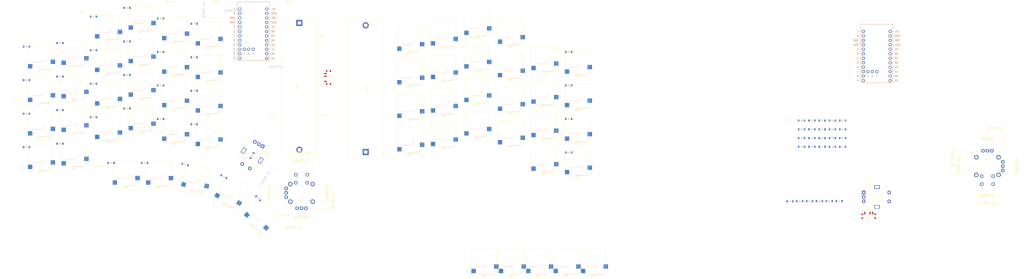
<source format=kicad_pcb>
(kicad_pcb (version 20240108) (generator "pcbnew") (generator_version "8.0")
  (layers (0 "F.Cu" signal) (31 "B.Cu" signal) (34 "B.Paste" user) (35 "F.Paste" user) (36 "B.SilkS" user "B.Silkscreen") (37 "F.SilkS" user "F.Silkscreen") (38 "B.Mask" user) (39 "F.Mask" user) (44 "Edge.Cuts" user))
  (net 0 "")
  (net 1 "Col 1")
  (net 2 "Net-(D1-A)")
  (net 3 "Net-(D2-A)")
  (net 4 "Col 2")
  (net 5 "Net-(D3-A)")
  (net 6 "Col 3")
  (net 7 "Col 4")
  (net 8 "Net-(D4-A)")
  (net 9 "Col 5")
  (net 10 "Net-(D5-A)")
  (net 11 "Net-(D6-A)")
  (net 12 "Col 6")
  (net 13 "Net-(D7-A)")
  (net 14 "Net-(D8-A)")
  (net 15 "Net-(D9-A)")
  (net 16 "Net-(D10-A)")
  (net 17 "Net-(D11-A)")
  (net 18 "Net-(D12-A)")
  (net 19 "Net-(D13-A)")
  (net 20 "Net-(D14-A)")
  (net 21 "Net-(D15-A)")
  (net 22 "Net-(D16-A)")
  (net 23 "Net-(D17-A)")
  (net 24 "Net-(D18-A)")
  (net 25 "Net-(D19-A)")
  (net 26 "Net-(D20-A)")
  (net 27 "Net-(D21-A)")
  (net 28 "Net-(D22-A)")
  (net 29 "Net-(D23-A)")
  (net 30 "Net-(D24-A)")
  (net 31 "Net-(D25-A)")
  (net 32 "Net-(D26-A)")
  (net 33 "Net-(D27-A)")
  (net 34 "Net-(D28-A)")
  (net 35 "Net-(D29-A)")
  (net 36 "Net-(D30-A)")
  (net 37 "Row 1")
  (net 38 "Row 2")
  (net 39 "Row 3")
  (net 40 "Row 4")
  (net 41 "Row 5")
  (net 42 "Net-(SW2-C)")
  (net 44 "GND")
  (net 45 "REB")
  (net 46 "AY")
  (net 48 "AX")
  (net 49 "VCC")
  (net 50 "SS")
  (net 52 "REA")
  (net 53 "Net-(BT1-+)")
  (net 57 "Net-(BT1--)")
  (net 60 "Net-(BT2-+)")
  (net 61 "Net-(BT2--)")
  (net 62 "Net-(D31-A)")
  (net 63 "Col 1R")
  (net 64 "Net-(D32-A)")
  (net 65 "Net-(D33-A)")
  (net 66 "Net-(D34-A)")
  (net 67 "Net-(D35-A)")
  (net 68 "Col 2R")
  (net 69 "Net-(D36-A)")
  (net 70 "Net-(D37-A)")
  (net 71 "Net-(D38-A)")
  (net 72 "Net-(D39-A)")
  (net 73 "Net-(D40-A)")
  (net 74 "Col 3R")
  (net 75 "Net-(D41-A)")
  (net 76 "Net-(D42-A)")
  (net 77 "Net-(D43-A)")
  (net 78 "Net-(D44-A)")
  (net 79 "Net-(D45-A)")
  (net 80 "Net-(D46-A)")
  (net 81 "Col 4R")
  (net 82 "Net-(D47-A)")
  (net 83 "Net-(D48-A)")
  (net 84 "Net-(D49-A)")
  (net 85 "Net-(D50-A)")
  (net 86 "Net-(D51-A)")
  (net 87 "Col 5R")
  (net 88 "Net-(D52-A)")
  (net 89 "Net-(D53-A)")
  (net 90 "Net-(D54-A)")
  (net 91 "Net-(D55-A)")
  (net 92 "Net-(D56-A)")
  (net 93 "Col 6R")
  (net 94 "Net-(D57-A)")
  (net 95 "Net-(D58-A)")
  (net 96 "Net-(D59-A)")
  (net 97 "Net-(D60-A)")
  (net 98 "Row 1R")
  (net 99 "Row 2R")
  (net 100 "Row 3R")
  (net 101 "Row 4R")
  (net 102 "Row 5R")
  (net 103 "GNDR")
  (net 104 "REAR")
  (net 105 "REBR")
  (net 107 "Net-(SW4-C)")
  (net 108 "VCCR")
  (net 109 "AXR")
  (net 110 "SSR")
  (net 111 "AYR")
  (footprint "ScottoKeebs_Hotswap:Hotswap_MX_1.00u" (layer "F.Cu") (at 53.085 171.755 180)
    (property "Reference" "S23")
    (property "Value" "Keyswitch")
  )
  (footprint "MountingHole:MountingHole_3.2mm_M3" (layer "F.Cu") (at 108.8 168.800001)
    (property "Reference" "REF**")
    (property "Value" "MountingHole_3.2mm_M3")
  )
  (footprint "ScottoKeebs_Hotswap:Hotswap_MX_1.00u" (layer "F.Cu") (at 72.135 174.755 180)
    (property "Reference" "S24")
    (property "Value" "Keyswitch")
  )
  (footprint "ScottoKeebs_Hotswap:Hotswap_MX_1.00u" (layer "F.Cu") (at 243.835 135.655 180)
    (property "Reference" "S38")
    (property "Value" "Keyswitch")
  )
  (footprint "MountingHole:MountingHole_3.2mm_M3" (layer "F.Cu") (at 117.96 103.080001)
    (property "Reference" "REF**")
    (property "Value" "MountingHole_3.2mm_M3")
  )
  (footprint "ScottoKeebs_Hotswap:Hotswap_MX_1.00u" (layer "F.Cu") (at 34.035 127.655 180)
    (property "Reference" "S10")
    (property "Value" "Keyswitch")
  )
  (footprint "ScottoKeebs_Hotswap:Hotswap_MX_1.00u" (layer "F.Cu") (at 14.985 132.655 180)
    (property "Reference" "S9")
    (property "Value" "Keyswitch")
  )
  (footprint "ScottoKeebs_Hotswap:Hotswap_MX_1.00u" (layer "F.Cu") (at 243.835 173.755 180)
    (property "Reference" "S50")
    (property "Value" "Keyswitch")
  )
  (footprint "MountingHole:MountingHole_3.2mm_M3" (layer "F.Cu") (at 50.435 103.405001)
    (property "Reference" "REF**")
    (property "Value" "MountingHole_3.2mm_M3")
  )
  (footprint "ScottoKeebs_Hotswap:Hotswap_MX_1.00u" (layer "F.Cu") (at 72.135 155.705 180)
    (property "Reference" "S18")
    (property "Value" "Keyswitch")
  )
  (footprint "ScottoKeebs_Hotswap:Hotswap_MX_1.00u" (layer "F.Cu") (at -4.065 185.755 180)
    (property "Reference" "S20")
    (property "Value" "Keyswitch")
  )
  (footprint "ScottoKeebs_Hotswap:Hotswap_MX_1.00u" (layer "F.Cu") (at 205.735 174.755 180)
    (property "Reference" "S52")
    (property "Value" "Keyswitch")
  )
  (footprint "ScottoKeebs_Hotswap:Hotswap_MX_1.00u" (layer "F.Cu") (at 224.785 168.755 180)
    (property "Reference" "S51")
    (property "Value" "Keyswitch")
  )
  (footprint "ScottoKeebs_Hotswap:Hotswap_MX_1.00u" (layer "F.Cu") (at 186.685 139.655 180)
    (property "Reference" "S41")
    (property "Value" "Keyswitch")
  )
  (footprint "ScottoKeebs_Hotswap:Hotswap_MX_1.00u" (layer "F.Cu") (at -23.115 168.705 180)
    (property "Reference" "S13")
    (property "Value" "Keyswitch")
  )
  (footprint "ScottoKeebs_Hotswap:Hotswap_MX_1.00u" (layer "F.Cu") (at 14.985 113.605 180)
    (property "Reference" "S3")
    (property "Value" "Keyswitch")
  )
  (footprint "ScottoKeebs_Hotswap:Hotswap_MX_1.00u" (layer "F.Cu") (at 101.879056 220.635502 135)
    (property "Reference" "S29")
    (property "Value" "Keyswitch")
  )
  (footprint "ScottoKeebs_Hotswap:Hotswap_MX_1.00u" (layer "F.Cu") (at 262.885 188.755 180)
    (property "Reference" "S49")
    (property "Value" "Keyswitch")
  )
  (footprint "Rotary_Encoder:RotaryEncoder_Alps_EC11E-Switch_Vertical_H20mm" (layer "F.Cu") (at 103.099842 181.139645 -120)
    (property "Reference" "SW1")
    (property "Value" "RotaryEncoder_Switch")
  )
  (footprint "MountingHole:MountingHole_3.2mm_M3" (layer "F.Cu") (at 137.8 122.800001)
    (property "Reference" "REF**")
    (property "Value" "MountingHole_3.2mm_M3")
  )
  (footprint "Rotary_Encoder:RotaryEncoder_Alps_EC11E-Switch_Vertical_H20mm" (layer "F.Cu") (at 444.625 207.41)
    (property "Reference" "SW3")
    (property "Value" "RotaryEncoder_Switch")
  )
  (footprint "MountingHole:MountingHole_3.2mm_M3" (layer "F.Cu") (at 76.96 103.080001)
    (property "Reference" "REF**")
    (property "Value" "MountingHole_3.2mm_M3")
  )
  (footprint "ScottoKeebs_Hotswap:Hotswap_MX_1.00u" (layer "F.Cu") (at 262.885 150.655 180)
    (property "Reference" "S37")
    (property "Value" "Keyswitch")
  )
  (footprint "ScottoKeebs_Hotswap:Hotswap_MX_1.00u" (layer "F.Cu") (at 14.985 170.755 180)
    (property "Reference" "S21")
    (property "Value" "Keyswitch")
  )
  (footprint "ScottoKeebs_Hotswap:Hotswap_MX_1.00u" (layer "F.Cu") (at 72.135 136.655 180)
    (property "Reference" "S12")
    (property "Value" "Keyswitch")
  )
  (footprint "ScottoKeebs_Hotswap:Hotswap_MX_1.00u" (layer "F.Cu") (at 84.92228 207.62411 150)
    (property "Reference" "S28")
    (property "Value" "Keyswitch")
  )
  (footprint "ScottoKeebs_Hotswap:Hotswap_MX_1.00u" (layer "F.Cu") (at -23.115 130.605 180)
    (property "Reference" "S1")
    (property "Value" "Keyswitch")
  )
  (footprint "ScottoKeebs_Hotswap:Hotswap_MX_1.00u" (layer "F.Cu") (at 262.885 131.605 180)
    (property "Reference" "S31")
    (property "Value" "Keyswitch")
  )
  (footprint "ScottoKeebs_Hotswap:Hotswap_MX_1.00u" (layer "F.Cu") (at 53.085 133.655 180)
    (property "Reference" "S11")
    (property "Value" "Keyswitch")
  )
  (footprint "ScottoKeebs_Hotswap:Hotswap_MX_1.00u" (layer "F.Cu") (at 205.735 136.655 180)
    (property "Reference" "S40")
    (property "Value" "Keyswitch")
  )
  (footprint "MountingHole:MountingHole_3.2mm_M3" (layer "F.Cu") (at 115.8 224.800001)
    (property "Reference" "REF**")
    (property "Value" "MountingHole_3.2mm_M3")
  )
  (footprint "ScottoKeebs_Hotswap:Hotswap_MX_1.00u" (layer "F.Cu") (at 259.94 246.922 180)
    (property "Reference" "S56")
    (property "Value" "Keyswitch")
  )
  (footprint "ScottoKeebs_Hotswap:Hotswap_MX_1.00u" (layer "F.Cu") (at 14.985 151.705 180)
    (property "Reference" "S15")
    (property "Value" "Keyswitch")
  )
  (footprint "ScottoKeebs_Hotswap:Hotswap_MX_1.00u" (layer "F.Cu") (at 72.135 117.605 180)
    (property "Reference" "S6")
    (property "Value" "Keyswitch")
  )
  (footprint "ScottoKeebs_Hotswap:Hotswap_MX_1.00u" (layer "F.Cu") (at 24.985 196.655 180)
    (property "Reference" "S25")
    (property "Value" "Keyswitch")
  )
  (footprint "ScottoKeebs_Hotswap:Hotswap_MX_1.00u" (layer "F.Cu") (at -4.065 128.605 180)
    (property "Reference" "S2")
    (property "Value" "Keyswitch")
  )
  (footprint "MountingHole:MountingHole_3.2mm_M3" (layer "F.Cu") (at 138.8 167.800001)
    (property "Reference" "REF**")
    (property "Value" "MountingHole_3.2mm_M3")
  )
  (footprint "ScottoKeebs_Hotswap:Hotswap_MX_1.00u" (layer "F.Cu") (at 224.785 149.705 180)
    (property "Reference" "S45")
    (property "Value" "Keyswitch")
  )
  (footprint "ScottoKeebs_Hotswap:Hotswap_MX_1.00u" (layer "F.Cu") (at 291.04 246.922 180)
    (property "Reference" "S54")
    (property "Value" "Keyswitch")
  )
  (footprint "ScottoKeebs_Hotswap:Hotswap_MX_1.00u" (layer "F.Cu") (at -4.065 166.705 180)
    (property "Reference" "S14")
    (property "Value" "Keyswitch")
  )
  (footprint "ScottoKeebs_Hotswap:Hotswap_MX_1.00u" (layer "F.Cu") (at 228.84 246.922 180)
    (property "Reference" "S58")
    (property "Value" "Keyswitch")
  )
  (footprint "ScottoKeebs_Hotswap:Hotswap_MX_1.00u" (layer "F.Cu") (at 243.835 154.705 180)
    (property "Reference" "S44")
    (property "Value" "Keyswitch")
  )
  (footprint "Library:thumb_stick" (layer "F.Cu") (at 125.23 207.580001 180)
    (property "Reference" "U2")
    (property "Value" "~")
  )
  (footprint "MountingHole:MountingHole_3.2mm_M3" (layer "F.Cu") (at 10.8 196.800001)
    (property "Reference" "REF**")
    (property "Value" "MountingHole_3.2mm_M3")
  )
  (footprint "ScottoKeebs_Hotswap:Hotswap_MX_1.00u" (layer "F.Cu") (at 43.985001 196.654999 180)
    (property "Reference" "S26")
    (property "Value" "Keyswitch")
  )
  (footprint "Library:thumb_stick" (layer "F.Cu") (at 514.955 192.405)
    (property "Reference" "U3")
    (property "Value" "~")
  )
  (footprint "ScottoKeebs_Hotswap:Hotswap_MX_1.00u" (layer "F.Cu") (at 262.885 169.705 180)
    (property "Reference" "S43")
    (property "Value" "Keyswitch")
  )
  (footprint "ScottoKeebs_Hotswap:Hotswap_MX_1.00u" (layer "F.Cu") (at 281.935 171.705 180)
    (property "Reference" "S42")
    (property "Value" "Keyswitch")
  )
  (footprint "ScottoKeebs_MCU:Nice_Nano_V2" (layer "F.Cu") (at 97.81 116.86)
    (property "Reference" "U1" (hide yes))
    (property "Value" "Nice_Nano_V2" (hide yes))
  )
  (footprint "ScottoKeebs_Hotswap:Hotswap_MX_1.00u" (layer "F.Cu") (at 65.175696 199.444807 165)
    (property "Reference" "S27")
    (property "Value" "Keyswitch")
  )
  (footprint "ScottoKeebs_Hotswap:Hotswap_MX_1.00u" (layer "F.Cu") (at 275.49 246.922 180)
    (property "Reference" "S55")
    (property "Value" "Keyswitch")
  )
  (footprint "ScottoKeebs_Hotswap:Hotswap_MX_1.00u" (layer "F.Cu") (at 224.785 111.605 180)
    (property "Reference" "S33")
    (property "Value" "Keyswitch")
  )
  (footprint "Button_Switch_SMD:SW_SPDT_PCM12" (layer "F.Cu") (at 447.525 220.51)
    (property "Reference" "SW4")
    (property "Value" "SW_SPDT")
  )
  (footprint "ScottoKeebs_Hotswap:Hotswap_MX_1.00u" (layer "F.Cu") (at 281.935 133.605 180)
    (property "Reference" "S30")
    (property "Value" "Keyswitch")
  )
  (footprint "ScottoKeebs_Hotswap:Hotswap_MX_1.00u" (layer "F.Cu") (at 34.035 108.605 180)
    (property "Reference" "S4")
    (property "Value" "Keyswitch")
  )
  (footprint "MountingHole:MountingHole_3.2mm_M3" (layer "F.Cu") (at 36.8 174.800001)
    (property "Reference" "REF**")
    (property "Value" "MountingHole_3.2mm_M3")
  )
  (footprint "ScottoKeebs_Hotswap:Hotswap_MX_1.00u" (layer "F.Cu") (at 205.735 155.705 180)
    (property "Reference" "S46")
    (property "Value" "Keyswitch")
  )
  (footprint "ScottoKeebs_Hotswap:Hotswap_MX_1.00u" (layer "F.Cu") (at 281.935 152.655 180)
    (property "Reference" "S36")
    (property "Value" "Keyswitch")
  )
  (footprint "ScottoKeebs_Hotswap:Hotswap_MX_1.00u" (layer "F.Cu") (at 186.685 177.755 180)
    (property "Reference" "S53")
    (property "Value" "Keyswitch")
  )
  (footprint "ScottoKeebs_Hotswap:Hotswap_MX_1.00u" (layer "F.Cu") (at 53.085 152.705 180)
    (property "Reference" "S17")
    (property "Value" "Keyswitch")
  )
  (footprint "Battery:BatteryHolder_MPD_BH-18650-PC2" (layer "F.Cu") (at 161.685 184.405 90)
    (property "Reference" "BT2")
    (property "Value" "Battery_Cell")
  )
  (footprint "ScottoKeebs_Hotswap:Hotswap_MX_1.00u" (layer "F.Cu") (at 244.39 246.922 180)
    (property "Reference" "S57")
    (property "Value" "Keyswitch")
  )
  (footprint "ScottoKeebs_Hotswap:Hotswap_MX_1.00u" (layer "F.Cu") (at -4.065 147.655 180)
    (property "Reference" "S8")
    (property "Value" "Keyswitch")
  )
  (footprint "MountingHole:MountingHole_3.2mm_M3" (layer "F.Cu") (at 1.275 109.125001)
    (property "Reference" "REF**")
    (property "Value" "MountingHole_3.2mm_M3")
  )
  (footprint "ScottoKeebs_Hotswap:Hotswap_MX_1.00u" (layer "F.Cu") (at 281.935 190.755 180)
    (property "Reference" "S48")
    (property "Value" "Keyswitch")
  )
  (footprint "ScottoKeebs_Hotswap:Hotswap_MX_1.00u" (layer "F.Cu") (at 224.785 130.655 180)
    (property "Reference" "S39")
    (property "Value" "Keyswitch")
  )
  (footprint "Button_Switch_SMD:SW_SPDT_PCM12" (layer "F.Cu") (at 140.230001 142.050001 90)
    (property "Reference" "SW2")
    (property "Value" "SW_SPDT")
  )
  (footprint "ScottoKeebs_Hotswap:Hotswap_MX_1.00u" (layer "F.Cu") (at 205.735 117.605 180)
    (property "Reference" "S34")
    (property "Value" "Keyswitch")
  )
  (footprint "ScottoKeebs_Hotswap:Hotswap_MX_1.00u" (layer "F.Cu") (at 186.685 120.605 180)
    (property "Reference" "S35")
    (property "Value" "Keyswitch")
  )
  (footprint "ScottoKeebs_Hotswap:Hotswap_MX_1.00u" (layer "F.Cu") (at 34.035 165.755 180)
    (property "Reference" "S22")
    (property "Value" "Keyswitch")
  )
  (footprint "ScottoKeebs_Hotswap:Hotswap_MX_1.00u" (layer "F.Cu") (at 243.835 116.605 180)
    (property "Reference" "S32")
    (property "Value" "Keyswitch")
  )
  (footprint "ScottoKeebs_Hotswap:Hotswap_MX_1.00u" (layer "F.Cu") (at 34.035 146.705 180)
    (property "Reference" "S16")
    (property "Value" "Keyswitch")
  )
  (footprint "ScottoKeebs_MCU:Nice_Nano_V2" (layer "F.Cu") (at 452.065 129.555)
    (property "Reference" "U4" (hide yes))
    (property "Value" "Nice_Nano_V2" (hide yes))
  )
  (footprint "Battery:BatteryHolder_MPD_BH-18650-PC2" (layer "F.Cu") (at 124.01 111.080001 -90)
    (property "Reference" "BT1")
    (property "Value" "Battery_Cell")
  )
  (footprint "ScottoKeebs_Hotswap:Hotswap_MX_1.00u" (layer "F.Cu") (at -23.115 187.755 180)
    (property "Reference" "S19")
    (property "Value" "Keyswitch")
  )
  (footprint "ScottoKeebs_Hotswap:Hotswap_MX_1.00u" (layer "F.Cu") (at 186.685 158.705 180)
    (property "Reference" "S47")
    (property "Value" "Keyswitch")
  )
  (footprint "ScottoKeebs_Hotswap:Hotswap_MX_1.00u" (layer "F.Cu") (at -23.115 149.655 180)
    (property "Reference" "S7")
    (property "Value" "Keyswitch")
  )
  (footprint "ScottoKeebs_Hotswap:Hotswap_MX_1.00u" (layer "F.Cu") (at 53.085 114.605 180)
    (property "Reference" "S5")
    (property "Value" "Keyswitch")
  )
  (footprint "MountingHole:MountingHole_3.2mm_M3" (layer "F.Cu") (at -36.59 159.08)
    (property "Reference" "REF**")
    (property "Value" "MountingHole_3.2mm_M3")
  )
  (footprint "ScottoKeebs_Components:Diode_SOD-123" (layer "B.Cu") (at 7.085 164.655)
    (property "Reference" "D21" (hide yes))
    (property "Value" "Diode")
  )
  (footprint "ScottoKeebs_Components:Diode_SOD-123" (layer "B.Cu") (at 277.035 127.505)
    (property "Reference" "D31" (hide yes))
    (property "Value" "Diode")
  )
  (footprint "ScottoKeebs_Components:Diode_SOD-123" (layer "B.Cu") (at 7.085 126.555)
    (property "Reference" "D9" (hide yes))
    (property "Value" "Diode")
  )
  (footprint "ScottoKeebs_Components:Diode_SOD-123" (layer "B.Cu") (at 97.184778 186.384836 -120)
    (property "Reference" "D30" (hide yes))
    (property "Value" "Diode")
  )
  (footprint "ScottoKeebs_Components:Diode_SOD-123" (layer "B.Cu") (at 421.01 181.405)
    (property "Reference" "D52" (hide yes))
    (property "Value" "Diode")
  )
  (footprint "ScottoKeebs_Components:Diode_SOD-123" (layer "B.Cu") (at 426.8475 171.505)
    (property "Reference" "D39" (hide yes))
    (property "Value" "Diode")
  )
  (footprint "ScottoKeebs_Components:Diode_SOD-123" (layer "B.Cu") (at 409.335 176.505)
    (property "Reference" "D48" (hide yes))
    (property "Value" "Diode")
  )
  (footprint "ScottoKeebs_Components:Diode_SOD-123" (layer "B.Cu") (at 415.1725 176.505)
    (property "Reference" "D47" (hide yes))
    (property "Value" "Diode")
  )
  (footprint "ScottoKeebs_Components:Diode_SOD-123" (layer "B.Cu") (at 409.335 181.405)
    (property "Reference" "D54" (hide yes))
    (property "Value" "Diode")
  )
  (footprint "ScottoKeebs_Components:Diode_SOD-123" (layer "B.Cu") (at -31.015 143.555)
    (property "Reference" "D7" (hide yes))
    (property "Value" "Diode")
  )
  (footprint "ScottoKeebs_Components:Diode_SOD-123" (layer "B.Cu") (at 432.685 166.505)
    (property "Reference" "D32" (hide yes))
    (property "Value" "Diode")
  )
  (footprint "ScottoKeebs_Components:Diode_SOD-123" (layer "B.Cu") (at 415.1725 171.505)
    (property "Reference" "D41" (hide yes))
    (property "Value" "Diode")
  )
  (footprint "ScottoKeebs_Components:Diode_SOD-123" (layer "B.Cu") (at 413.885 212.305)
    (property "Reference" "D58" (hide yes))
    (property "Value" "Diode")
  )
  (footprint "ScottoKeebs_Components:Diode_SOD-123" (layer "B.Cu") (at 36.085001 190.554999)
    (property "Reference" "D26" (hide yes))
    (property "Value" "Diode")
  )
  (footprint "ScottoKeebs_Components:Diode_SOD-123" (layer "B.Cu") (at -31.015 162.605)
    (property "Reference" "D13" (hide yes))
    (property "Value" "Diode")
  )
  (footprint "ScottoKeebs_Components:Diode_SOD-123" (layer "B.Cu") (at 45.185 165.655)
    (property "Reference" "D23" (hide yes))
    (property "Value" "Diode")
  )
  (footprint "ScottoKeebs_Components:Diode_SOD-123" (layer "B.Cu") (at -11.965 122.505)
    (property "Reference" "D2" (hide yes))
    (property "Value" "Diode")
  )
  (footprint "ScottoKeebs_Components:Diode_SOD-123" (layer "B.Cu") (at 64.235 130.555)
    (property "Reference" "D12" (hide yes))
    (property "Value" "Diode")
  )
  (footprint "ScottoKeebs_Components:Diode_SOD-123" (layer "B.Cu") (at 432.685 176.505)
    (property "Reference" "D44" (hide yes))
    (property "Value" "Diode")
  )
  (footprint "ScottoKeebs_Components:Diode_SOD-123" (layer "B.Cu") (at 425.085 212.305)
    (property "Reference" "D56" (hide yes))
    (property "Value" "Diode")
  )
  (footprint "ScottoKeebs_Components:Diode_SOD-123" (layer "B.Cu") (at 409.335 171.505)
    (property "Reference" "D42" (hide yes))
    (property "Value" "Diode")
  )
  (footprint "ScottoKeebs_Components:Diode_SOD-123" (layer "B.Cu") (at 402.685 212.405)
    (property "Reference" "D60" (hide yes))
    (property "Value" "Diode")
  )
  (footprint "ScottoKeebs_Components:Diode_SOD-123" (layer "B.Cu") (at 415.1725 181.405)
    (property "Reference" "D53" (hide yes))
    (property "Value" "Diode")
  )
  (footprint "ScottoKeebs_Components:Diode_SOD-123" (layer "B.Cu") (at 277.035 146.555)
    (property "Reference" "D37" (hide yes))
    (property "Value" "Diode")
  )
  (footprint "ScottoKeebs_Components:Diode_SOD-123" (layer "B.Cu") (at -31.015 124.505)
    (property "Reference" "D1" (hide yes))
    (property "Value" "Diode")
  )
  (footprint "ScottoKeebs_Components:Diode_SOD-123" (layer "B.Cu") (at 408.285 212.305)
    (property "Reference" "D59" (hide yes))
    (property "Value" "Diode")
  )
  (footprint "ScottoKeebs_Components:Diode_SOD-123" (layer "B.Cu") (at -31.015 181.655)
    (property "Reference" "D19" (hide yes))
    (property "Value" "Diode")
  )
  (footprint "ScottoKeebs_Components:Diode_SOD-123" (layer "B.Cu") (at 59.123678 191.507989 -15)
    (property "Reference" "D27" (hide yes))
    (property "Value" "Diode")
  )
  (footprint "ScottoKeebs_Components:Diode_SOD-123" (layer "B.Cu") (at 7.085 107.505)
    (property "Reference" "D3" (hide yes))
    (property "Value" "Diode")
  )
  (footprint "ScottoKeebs_Components:Diode_SOD-123" (layer "B.Cu") (at 100.606264 210.736008 -45)
    (property "Reference" "D29" (hide yes))
    (property "Value" "Diode")
  )
  (footprint "ScottoKeebs_Components:Diode_SOD-123" (layer "B.Cu") (at 26.135 102.505)
    (property "Reference" "D4" (hide yes))
    (property "Value" "Diode")
  )
  (footprint "ScottoKeebs_Components:Diode_SOD-123" (layer "B.Cu") (at 64.235 111.505)
    (property "Reference" "D6" (hide yes))
    (property "Value" "Diode")
  )
  (footprint "ScottoKeebs_Components:Diode_SOD-123" (layer "B.Cu") (at 64.235 149.605)
    (property "Reference" "D18" (hide yes))
    (property "Value" "Diode")
  )
  (footprint "ScottoKeebs_Components:Diode_SOD-123" (layer "B.Cu") (at -11.965 141.555)
    (property "Reference" "D8" (hide yes))
    (property "Value" "Diode")
  )
  (footprint "ScottoKeebs_Components:Diode_SOD-123" (layer "B.Cu") (at 421.01 166.505)
    (property "Reference" "D34" (hide yes))
    (property "Value" "Diode")
  )
  (footprint "ScottoKeebs_Components:Diode_SOD-123" (layer "B.Cu") (at 421.01 176.505)
    (property "Reference" "D46" (hide yes))
    (property "Value" "Diode")
  )
  (footprint "ScottoKeebs_Components:Diode_SOD-123" (layer "B.Cu") (at 409.335 166.505)
    (property "Reference" "D36" (hide yes))
    (property "Value" "Diode")
  )
  (footprint "ScottoKeebs_Components:Diode_SOD-123" (layer "B.Cu") (at 45.185 127.555)
    (property "Reference" "D11" (hide yes))
    (property "Value" "Diode")
  )
  (footprint "ScottoKeebs_Components:Diode_SOD-123" (layer "B.Cu") (at 26.135 140.605)
    (property "Reference" "D16" (hide yes))
    (property "Value" "Diode")
  )
  (footprint "ScottoKeebs_Components:Diode_SOD-123" (layer "B.Cu") (at 277.035 184.655)
    (property "Reference" "D49" (hide yes))
    (property "Value" "Diode")
  )
  (footprint "ScottoKeebs_Components:Diode_SOD-123" (layer "B.Cu") (at -11.965 160.605)
    (property "Reference" "D14" (hide yes))
    (property "Value" "Diode")
  )
  (footprint "ScottoKeebs_Components:Diode_SOD-123" (layer "B.Cu") (at 432.685 181.405)
    (property "Reference" "D50" (hide yes))
    (property "Value" "Diode")
  )
  (footprint "ScottoKeebs_Components:Diode_SOD-123" (layer "B.Cu") (at 419.485 212.305)
    (property "Reference" "D57" (hide yes))
    (property "Value" "Diode")
  )
  (footprint "ScottoKeebs_Components:Diode_SOD-123" (layer "B.Cu") (at -11.965 179.655)
    (property "Reference" "D20" (hide yes))
    (property "Value" "Diode")
  )
  (footprint "ScottoKeebs_Components:Diode_SOD-123" (layer "B.Cu") (at 81.130679 198.391356 -30)
    (property "Reference" "D28" (hide yes))
    (property "Value" "Diode")
  )
  (footprint "ScottoKeebs_Components:Diode_SOD-123" (layer "B.Cu") (at 45.185 146.605)
    (property "Reference" "D17" (hide yes))
    (property "Value" "Diode")
  )
  (footprint "ScottoKeebs_Components:Diode_SOD-123" (layer "B.Cu") (at 277.035 165.605)
    (property "Reference" "D43" (hide yes))
    (property "Value" "Diode")
  )
  (footprint "ScottoKeebs_Components:Diode_SOD-123" (layer "B.Cu") (at 426.8475 166.505)
    (property "Reference" "D33" (hide yes))
    (property "Value" "Diode")
  )
  (footprint "ScottoKeebs_Components:Diode_SOD-123" (layer "B.Cu") (at 432.685 171.505)
    (property "Reference" "D38" (hide yes))
    (property "Value" "Diode")
  )
  (footprint "ScottoKeebs_Components:Diode_SOD-123" (layer "B.Cu") (at 421.01 171.505)
    (property "Reference" "D40" (hide yes))
    (property "Value" "Diode")
  )
  (footprint "ScottoKeebs_Components:Diode_SOD-123" (layer "B.Cu") (at 7.085 145.605)
    (property "Reference" "D15" (hide yes))
    (property "Value" "Diode")
  )
  (footprint "ScottoKeebs_Components:Diode_SOD-123" (layer "B.Cu") (at 45.185 108.505)
    (property "Reference" "D5" (hide yes))
    (property "Value" "Diode")
  )
  (footprint "ScottoKeebs_Components:Diode_SOD-123" (layer "B.Cu") (at 64.235 168.655)
    (property "Reference" "D24" (hide yes))
    (property "Value" "Diode")
  )
  (footprint "ScottoKeebs_Components:Diode_SOD-123" (layer "B.Cu") (at 26.135 159.655)
    (property "Reference" "D22" (hide yes))
    (property "Value" "Diode")
  )
  (footprint "ScottoKeebs_Components:Diode_SOD-123" (layer "B.Cu") (at 17.085 190.555)
    (property "Reference" "D25" (hide yes))
    (property "Value" "Diode")
  )
  (footprint "ScottoKeebs_Components:Diode_SOD-123" (layer "B.Cu") (at 430.685 212.305)
    (property "Reference" "D55" (hide yes))
    (property "Value" "Diode")
  )
  (footprint "ScottoKeebs_Components:Diode_SOD-123" (layer "B.Cu") (at 26.135 121.555)
    (property "Reference" "D10" (hide yes))
    (property "Value" "Diode")
  )
  (footprint "ScottoKeebs_Components:Diode_SOD-123" (layer "B.Cu") (at 426.8475 181.405)
    (property "Reference" "D51" (hide yes))
    (property "Value" "Diode")
  )
  (footprint "ScottoKeebs_Components:Diode_SOD-123" (layer "B.Cu") (at 415.1725 166.505)
    (property "Reference" "D35" (hide yes))
    (property "Value" "Diode")
  )
  (footprint "ScottoKeebs_Components:Diode_SOD-123" (layer "B.Cu") (at 426.8475 176.505)
    (property "Reference" "D45" (hide yes))
    (property "Value" "Diode")
  )
  (dimension (type aligned) (layer "Edge.Cuts") (pts (xy 81.66 108.08) (xy 88.66 108.08)) (height -3) (gr_text "7.0000 mm" (at 85.16 103.93 0) (layer "Edge.Cuts") (effects (font (size 1 1) (thickness 0.15)))) (format (prefix "") (suffix "") (units 3) (units_format 1) (precision 4)) (style (thickness 0.05) (arrow_length 1.27) (text_position_mode 0) (extension_height 0.58642) (extension_offset 0.5) keep_text_aligned))
  (dimension (type aligned) (layer "Edge.Cuts") (pts (xy 97.184778 186.384836) (xy 89.68478 199.375217)) (height -13.885439) (gr_text "15.0000 mm" (at 104.463994 199.247745 60.00000842) (layer "Edge.Cuts") (effects (font (size 1 1) (thickness 0.15)))) (format (prefix "") (suffix "") (units 3) (units_format 1) (precision 4)) (style (thickness 0.05) (arrow_length 1.27) (text_position_mode 0) (extension_height 0.58642) (extension_offset 0.5) keep_text_aligned))
  (dimension (type orthogonal) (layer "Edge.Cuts") (pts (xy 106.96 132.38) (xy 113.96 132.080001)) (height 4.700001) (orientation 0) (gr_text "7.0000 mm" (at 110.46 135.930001 0) (layer "Edge.Cuts") (effects (font (size 1 1) (thickness 0.15)))) (format (prefix "") (suffix "") (units 3) (units_format 1) (precision 4)) (style (thickness 0.05) (arrow_length 1.27) (text_position_mode 0) (extension_height 0.58642) (extension_offset 0.5) keep_text_aligned))
  (dimension (type orthogonal) (layer "Edge.Cuts") (pts (xy 88.66 99.08) (xy 81.66 108.08)) (height -18) (orientation 1) (gr_text "9.0000 mm" (at 69.51 103.58 90) (layer "Edge.Cuts") (effects (font (size 1 1) (thickness 0.15)))) (format (prefix "") (suffix "") (units 3) (units_format 1) (precision 4)) (style (thickness 0.05) (arrow_length 1.27) (text_position_mode 0) (extension_height 0.58642) (extension_offset 0.5) keep_text_aligned))
)
</source>
